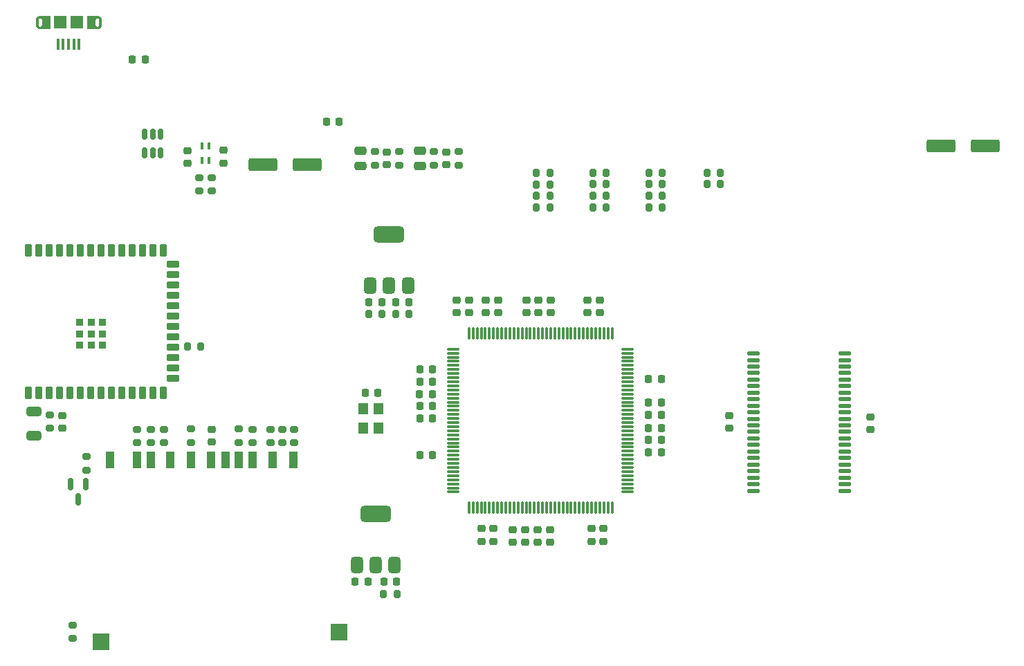
<source format=gtp>
%TF.GenerationSoftware,KiCad,Pcbnew,8.0.4*%
%TF.CreationDate,2024-11-27T13:43:53-08:00*%
%TF.ProjectId,aquarius-plus,61717561-7269-4757-932d-706c75732e6b,1*%
%TF.SameCoordinates,Original*%
%TF.FileFunction,Paste,Top*%
%TF.FilePolarity,Positive*%
%FSLAX46Y46*%
G04 Gerber Fmt 4.6, Leading zero omitted, Abs format (unit mm)*
G04 Created by KiCad (PCBNEW 8.0.4) date 2024-11-27 13:43:53*
%MOMM*%
%LPD*%
G01*
G04 APERTURE LIST*
G04 Aperture macros list*
%AMRoundRect*
0 Rectangle with rounded corners*
0 $1 Rounding radius*
0 $2 $3 $4 $5 $6 $7 $8 $9 X,Y pos of 4 corners*
0 Add a 4 corners polygon primitive as box body*
4,1,4,$2,$3,$4,$5,$6,$7,$8,$9,$2,$3,0*
0 Add four circle primitives for the rounded corners*
1,1,$1+$1,$2,$3*
1,1,$1+$1,$4,$5*
1,1,$1+$1,$6,$7*
1,1,$1+$1,$8,$9*
0 Add four rect primitives between the rounded corners*
20,1,$1+$1,$2,$3,$4,$5,0*
20,1,$1+$1,$4,$5,$6,$7,0*
20,1,$1+$1,$6,$7,$8,$9,0*
20,1,$1+$1,$8,$9,$2,$3,0*%
G04 Aperture macros list end*
%ADD10C,0.000100*%
%ADD11RoundRect,0.225000X0.250000X-0.225000X0.250000X0.225000X-0.250000X0.225000X-0.250000X-0.225000X0*%
%ADD12RoundRect,0.200000X-0.275000X0.200000X-0.275000X-0.200000X0.275000X-0.200000X0.275000X0.200000X0*%
%ADD13RoundRect,0.200000X0.275000X-0.200000X0.275000X0.200000X-0.275000X0.200000X-0.275000X-0.200000X0*%
%ADD14RoundRect,0.225000X-0.250000X0.225000X-0.250000X-0.225000X0.250000X-0.225000X0.250000X0.225000X0*%
%ADD15RoundRect,0.200000X-0.200000X-0.275000X0.200000X-0.275000X0.200000X0.275000X-0.200000X0.275000X0*%
%ADD16RoundRect,0.150000X0.150000X-0.512500X0.150000X0.512500X-0.150000X0.512500X-0.150000X-0.512500X0*%
%ADD17RoundRect,0.375000X0.375000X-0.625000X0.375000X0.625000X-0.375000X0.625000X-0.375000X-0.625000X0*%
%ADD18RoundRect,0.500000X1.400000X-0.500000X1.400000X0.500000X-1.400000X0.500000X-1.400000X-0.500000X0*%
%ADD19RoundRect,0.075000X-0.075000X0.662500X-0.075000X-0.662500X0.075000X-0.662500X0.075000X0.662500X0*%
%ADD20RoundRect,0.075000X-0.662500X0.075000X-0.662500X-0.075000X0.662500X-0.075000X0.662500X0.075000X0*%
%ADD21RoundRect,0.225000X0.225000X0.250000X-0.225000X0.250000X-0.225000X-0.250000X0.225000X-0.250000X0*%
%ADD22RoundRect,0.250000X0.475000X-0.250000X0.475000X0.250000X-0.475000X0.250000X-0.475000X-0.250000X0*%
%ADD23RoundRect,0.218750X-0.218750X-0.256250X0.218750X-0.256250X0.218750X0.256250X-0.218750X0.256250X0*%
%ADD24RoundRect,0.137500X-0.625000X-0.137500X0.625000X-0.137500X0.625000X0.137500X-0.625000X0.137500X0*%
%ADD25RoundRect,0.225000X-0.225000X-0.250000X0.225000X-0.250000X0.225000X0.250000X-0.225000X0.250000X0*%
%ADD26R,0.400000X1.350000*%
%ADD27R,1.500000X1.550000*%
%ADD28R,1.000000X2.000000*%
%ADD29RoundRect,0.000000X-0.500000X-1.000000X0.500000X-1.000000X0.500000X1.000000X-0.500000X1.000000X0*%
%ADD30R,2.000000X2.000000*%
%ADD31RoundRect,0.250000X1.500000X0.550000X-1.500000X0.550000X-1.500000X-0.550000X1.500000X-0.550000X0*%
%ADD32R,1.200000X1.400000*%
%ADD33RoundRect,0.250000X-0.650000X0.325000X-0.650000X-0.325000X0.650000X-0.325000X0.650000X0.325000X0*%
%ADD34RoundRect,0.225000X0.225000X0.525000X-0.225000X0.525000X-0.225000X-0.525000X0.225000X-0.525000X0*%
%ADD35RoundRect,0.225000X-0.525000X0.225000X-0.525000X-0.225000X0.525000X-0.225000X0.525000X0.225000X0*%
%ADD36RoundRect,0.225000X-0.225000X-0.525000X0.225000X-0.525000X0.225000X0.525000X-0.225000X0.525000X0*%
%ADD37RoundRect,0.225000X-0.225000X-0.225000X0.225000X-0.225000X0.225000X0.225000X-0.225000X0.225000X0*%
%ADD38R,0.400000X0.900000*%
%ADD39RoundRect,0.150000X-0.150000X0.587500X-0.150000X-0.587500X0.150000X-0.587500X0.150000X0.587500X0*%
%ADD40RoundRect,0.250000X-1.500000X-0.550000X1.500000X-0.550000X1.500000X0.550000X-1.500000X0.550000X0*%
G04 APERTURE END LIST*
D10*
%TO.C,J1*%
X86510099Y-31559978D02*
X86510099Y-31729978D01*
X93510099Y-33099978D02*
X93510099Y-32929978D01*
X87710099Y-33104978D02*
X86510099Y-33104978D01*
X86510099Y-32904978D01*
X86523099Y-32904978D01*
X86536099Y-32903978D01*
X86549099Y-32901978D01*
X86562099Y-32899978D01*
X86575099Y-32895978D01*
X86587099Y-32892978D01*
X86600099Y-32887978D01*
X86612099Y-32882978D01*
X86623099Y-32877978D01*
X86635099Y-32871978D01*
X86646099Y-32864978D01*
X86657099Y-32856978D01*
X86667099Y-32848978D01*
X86677099Y-32840978D01*
X86687099Y-32831978D01*
X86696099Y-32821978D01*
X86704099Y-32811978D01*
X86712099Y-32801978D01*
X86720099Y-32790978D01*
X86727099Y-32779978D01*
X86733099Y-32767978D01*
X86738099Y-32756978D01*
X86743099Y-32744978D01*
X86748099Y-32731978D01*
X86751099Y-32719978D01*
X86755099Y-32706978D01*
X86757099Y-32693978D01*
X86759099Y-32680978D01*
X86760099Y-32667978D01*
X86760099Y-32654978D01*
X86760099Y-32004978D01*
X86760099Y-31991978D01*
X86759099Y-31978978D01*
X86757099Y-31965978D01*
X86755099Y-31952978D01*
X86751099Y-31939978D01*
X86748099Y-31927978D01*
X86743099Y-31914978D01*
X86738099Y-31902978D01*
X86733099Y-31891978D01*
X86727099Y-31879978D01*
X86720099Y-31868978D01*
X86712099Y-31857978D01*
X86704099Y-31847978D01*
X86696099Y-31837978D01*
X86687099Y-31827978D01*
X86677099Y-31818978D01*
X86667099Y-31810978D01*
X86657099Y-31802978D01*
X86646099Y-31794978D01*
X86635099Y-31787978D01*
X86623099Y-31781978D01*
X86612099Y-31776978D01*
X86600099Y-31771978D01*
X86587099Y-31766978D01*
X86575099Y-31763978D01*
X86562099Y-31759978D01*
X86549099Y-31757978D01*
X86536099Y-31755978D01*
X86523099Y-31754978D01*
X86510099Y-31754978D01*
X86510099Y-31554978D01*
X87710099Y-31554978D01*
X87710099Y-33104978D01*
G36*
X87710099Y-33104978D02*
G01*
X86510099Y-33104978D01*
X86510099Y-32904978D01*
X86523099Y-32904978D01*
X86536099Y-32903978D01*
X86549099Y-32901978D01*
X86562099Y-32899978D01*
X86575099Y-32895978D01*
X86587099Y-32892978D01*
X86600099Y-32887978D01*
X86612099Y-32882978D01*
X86623099Y-32877978D01*
X86635099Y-32871978D01*
X86646099Y-32864978D01*
X86657099Y-32856978D01*
X86667099Y-32848978D01*
X86677099Y-32840978D01*
X86687099Y-32831978D01*
X86696099Y-32821978D01*
X86704099Y-32811978D01*
X86712099Y-32801978D01*
X86720099Y-32790978D01*
X86727099Y-32779978D01*
X86733099Y-32767978D01*
X86738099Y-32756978D01*
X86743099Y-32744978D01*
X86748099Y-32731978D01*
X86751099Y-32719978D01*
X86755099Y-32706978D01*
X86757099Y-32693978D01*
X86759099Y-32680978D01*
X86760099Y-32667978D01*
X86760099Y-32654978D01*
X86760099Y-32004978D01*
X86760099Y-31991978D01*
X86759099Y-31978978D01*
X86757099Y-31965978D01*
X86755099Y-31952978D01*
X86751099Y-31939978D01*
X86748099Y-31927978D01*
X86743099Y-31914978D01*
X86738099Y-31902978D01*
X86733099Y-31891978D01*
X86727099Y-31879978D01*
X86720099Y-31868978D01*
X86712099Y-31857978D01*
X86704099Y-31847978D01*
X86696099Y-31837978D01*
X86687099Y-31827978D01*
X86677099Y-31818978D01*
X86667099Y-31810978D01*
X86657099Y-31802978D01*
X86646099Y-31794978D01*
X86635099Y-31787978D01*
X86623099Y-31781978D01*
X86612099Y-31776978D01*
X86600099Y-31771978D01*
X86587099Y-31766978D01*
X86575099Y-31763978D01*
X86562099Y-31759978D01*
X86549099Y-31757978D01*
X86536099Y-31755978D01*
X86523099Y-31754978D01*
X86510099Y-31754978D01*
X86510099Y-31554978D01*
X87710099Y-31554978D01*
X87710099Y-33104978D01*
G37*
X93510099Y-31754978D02*
X93497099Y-31754978D01*
X93484099Y-31755978D01*
X93471099Y-31757978D01*
X93458099Y-31759978D01*
X93445099Y-31763978D01*
X93433099Y-31766978D01*
X93420099Y-31771978D01*
X93408099Y-31776978D01*
X93397099Y-31781978D01*
X93385099Y-31787978D01*
X93374099Y-31794978D01*
X93363099Y-31802978D01*
X93353099Y-31810978D01*
X93343099Y-31818978D01*
X93333099Y-31827978D01*
X93324099Y-31837978D01*
X93316099Y-31847978D01*
X93308099Y-31857978D01*
X93300099Y-31868978D01*
X93293099Y-31879978D01*
X93287099Y-31891978D01*
X93282099Y-31902978D01*
X93277099Y-31914978D01*
X93272099Y-31927978D01*
X93269099Y-31939978D01*
X93265099Y-31952978D01*
X93263099Y-31965978D01*
X93261099Y-31978978D01*
X93260099Y-31991978D01*
X93260099Y-32004978D01*
X93260099Y-32654978D01*
X93260099Y-32667978D01*
X93261099Y-32680978D01*
X93263099Y-32693978D01*
X93265099Y-32706978D01*
X93269099Y-32719978D01*
X93272099Y-32731978D01*
X93277099Y-32744978D01*
X93282099Y-32756978D01*
X93287099Y-32767978D01*
X93293099Y-32779978D01*
X93300099Y-32790978D01*
X93308099Y-32801978D01*
X93316099Y-32811978D01*
X93324099Y-32821978D01*
X93333099Y-32831978D01*
X93343099Y-32840978D01*
X93353099Y-32848978D01*
X93363099Y-32856978D01*
X93374099Y-32864978D01*
X93385099Y-32871978D01*
X93397099Y-32877978D01*
X93408099Y-32882978D01*
X93420099Y-32887978D01*
X93433099Y-32892978D01*
X93445099Y-32895978D01*
X93458099Y-32899978D01*
X93471099Y-32901978D01*
X93484099Y-32903978D01*
X93497099Y-32904978D01*
X93510099Y-32904978D01*
X93510099Y-33104978D01*
X92310099Y-33104978D01*
X92310099Y-31554978D01*
X93510099Y-31554978D01*
X93510099Y-31754978D01*
G36*
X93510099Y-31754978D02*
G01*
X93497099Y-31754978D01*
X93484099Y-31755978D01*
X93471099Y-31757978D01*
X93458099Y-31759978D01*
X93445099Y-31763978D01*
X93433099Y-31766978D01*
X93420099Y-31771978D01*
X93408099Y-31776978D01*
X93397099Y-31781978D01*
X93385099Y-31787978D01*
X93374099Y-31794978D01*
X93363099Y-31802978D01*
X93353099Y-31810978D01*
X93343099Y-31818978D01*
X93333099Y-31827978D01*
X93324099Y-31837978D01*
X93316099Y-31847978D01*
X93308099Y-31857978D01*
X93300099Y-31868978D01*
X93293099Y-31879978D01*
X93287099Y-31891978D01*
X93282099Y-31902978D01*
X93277099Y-31914978D01*
X93272099Y-31927978D01*
X93269099Y-31939978D01*
X93265099Y-31952978D01*
X93263099Y-31965978D01*
X93261099Y-31978978D01*
X93260099Y-31991978D01*
X93260099Y-32004978D01*
X93260099Y-32654978D01*
X93260099Y-32667978D01*
X93261099Y-32680978D01*
X93263099Y-32693978D01*
X93265099Y-32706978D01*
X93269099Y-32719978D01*
X93272099Y-32731978D01*
X93277099Y-32744978D01*
X93282099Y-32756978D01*
X93287099Y-32767978D01*
X93293099Y-32779978D01*
X93300099Y-32790978D01*
X93308099Y-32801978D01*
X93316099Y-32811978D01*
X93324099Y-32821978D01*
X93333099Y-32831978D01*
X93343099Y-32840978D01*
X93353099Y-32848978D01*
X93363099Y-32856978D01*
X93374099Y-32864978D01*
X93385099Y-32871978D01*
X93397099Y-32877978D01*
X93408099Y-32882978D01*
X93420099Y-32887978D01*
X93433099Y-32892978D01*
X93445099Y-32895978D01*
X93458099Y-32899978D01*
X93471099Y-32901978D01*
X93484099Y-32903978D01*
X93497099Y-32904978D01*
X93510099Y-32904978D01*
X93510099Y-33104978D01*
X92310099Y-33104978D01*
X92310099Y-31554978D01*
X93510099Y-31554978D01*
X93510099Y-31754978D01*
G37*
X86510099Y-31754978D02*
X86497099Y-31754978D01*
X86484099Y-31755978D01*
X86471099Y-31757978D01*
X86458099Y-31759978D01*
X86445099Y-31763978D01*
X86433099Y-31766978D01*
X86420099Y-31771978D01*
X86408099Y-31776978D01*
X86397099Y-31781978D01*
X86385099Y-31787978D01*
X86374099Y-31794978D01*
X86363099Y-31802978D01*
X86353099Y-31810978D01*
X86343099Y-31818978D01*
X86333099Y-31827978D01*
X86324099Y-31837978D01*
X86316099Y-31847978D01*
X86308099Y-31857978D01*
X86300099Y-31868978D01*
X86293099Y-31879978D01*
X86287099Y-31891978D01*
X86282099Y-31902978D01*
X86277099Y-31914978D01*
X86272099Y-31927978D01*
X86269099Y-31939978D01*
X86265099Y-31952978D01*
X86263099Y-31965978D01*
X86261099Y-31978978D01*
X86260099Y-31991978D01*
X86260099Y-32004978D01*
X86260099Y-32654978D01*
X86260099Y-32667978D01*
X86261099Y-32680978D01*
X86263099Y-32693978D01*
X86265099Y-32706978D01*
X86269099Y-32719978D01*
X86272099Y-32731978D01*
X86277099Y-32744978D01*
X86282099Y-32756978D01*
X86287099Y-32767978D01*
X86293099Y-32779978D01*
X86300099Y-32790978D01*
X86308099Y-32801978D01*
X86316099Y-32811978D01*
X86324099Y-32821978D01*
X86333099Y-32831978D01*
X86343099Y-32840978D01*
X86353099Y-32848978D01*
X86363099Y-32856978D01*
X86374099Y-32864978D01*
X86385099Y-32871978D01*
X86397099Y-32877978D01*
X86408099Y-32882978D01*
X86420099Y-32887978D01*
X86433099Y-32892978D01*
X86445099Y-32895978D01*
X86458099Y-32899978D01*
X86471099Y-32901978D01*
X86484099Y-32903978D01*
X86497099Y-32904978D01*
X86510099Y-32904978D01*
X86510099Y-33104978D01*
X86484099Y-33103978D01*
X86458099Y-33101978D01*
X86432099Y-33098978D01*
X86406099Y-33093978D01*
X86381099Y-33087978D01*
X86355099Y-33080978D01*
X86331099Y-33071978D01*
X86307099Y-33061978D01*
X86283099Y-33050978D01*
X86260099Y-33037978D01*
X86238099Y-33023978D01*
X86216099Y-33009978D01*
X86195099Y-32993978D01*
X86175099Y-32976978D01*
X86156099Y-32958978D01*
X86138099Y-32939978D01*
X86121099Y-32919978D01*
X86105099Y-32898978D01*
X86091099Y-32876978D01*
X86077099Y-32854978D01*
X86064099Y-32831978D01*
X86053099Y-32807978D01*
X86043099Y-32783978D01*
X86034099Y-32759978D01*
X86027099Y-32733978D01*
X86021099Y-32708978D01*
X86016099Y-32682978D01*
X86013099Y-32656978D01*
X86011099Y-32630978D01*
X86010099Y-32604978D01*
X86010099Y-32054978D01*
X86011099Y-32028978D01*
X86013099Y-32002978D01*
X86016099Y-31976978D01*
X86021099Y-31950978D01*
X86027099Y-31925978D01*
X86034099Y-31899978D01*
X86043099Y-31875978D01*
X86053099Y-31851978D01*
X86064099Y-31827978D01*
X86077099Y-31804978D01*
X86091099Y-31782978D01*
X86105099Y-31760978D01*
X86121099Y-31739978D01*
X86138099Y-31719978D01*
X86156099Y-31700978D01*
X86175099Y-31682978D01*
X86195099Y-31665978D01*
X86216099Y-31649978D01*
X86238099Y-31635978D01*
X86260099Y-31621978D01*
X86283099Y-31608978D01*
X86307099Y-31597978D01*
X86331099Y-31587978D01*
X86355099Y-31578978D01*
X86381099Y-31571978D01*
X86406099Y-31565978D01*
X86432099Y-31560978D01*
X86458099Y-31557978D01*
X86484099Y-31555978D01*
X86510099Y-31554978D01*
X86510099Y-31754978D01*
G36*
X86510099Y-31754978D02*
G01*
X86497099Y-31754978D01*
X86484099Y-31755978D01*
X86471099Y-31757978D01*
X86458099Y-31759978D01*
X86445099Y-31763978D01*
X86433099Y-31766978D01*
X86420099Y-31771978D01*
X86408099Y-31776978D01*
X86397099Y-31781978D01*
X86385099Y-31787978D01*
X86374099Y-31794978D01*
X86363099Y-31802978D01*
X86353099Y-31810978D01*
X86343099Y-31818978D01*
X86333099Y-31827978D01*
X86324099Y-31837978D01*
X86316099Y-31847978D01*
X86308099Y-31857978D01*
X86300099Y-31868978D01*
X86293099Y-31879978D01*
X86287099Y-31891978D01*
X86282099Y-31902978D01*
X86277099Y-31914978D01*
X86272099Y-31927978D01*
X86269099Y-31939978D01*
X86265099Y-31952978D01*
X86263099Y-31965978D01*
X86261099Y-31978978D01*
X86260099Y-31991978D01*
X86260099Y-32004978D01*
X86260099Y-32654978D01*
X86260099Y-32667978D01*
X86261099Y-32680978D01*
X86263099Y-32693978D01*
X86265099Y-32706978D01*
X86269099Y-32719978D01*
X86272099Y-32731978D01*
X86277099Y-32744978D01*
X86282099Y-32756978D01*
X86287099Y-32767978D01*
X86293099Y-32779978D01*
X86300099Y-32790978D01*
X86308099Y-32801978D01*
X86316099Y-32811978D01*
X86324099Y-32821978D01*
X86333099Y-32831978D01*
X86343099Y-32840978D01*
X86353099Y-32848978D01*
X86363099Y-32856978D01*
X86374099Y-32864978D01*
X86385099Y-32871978D01*
X86397099Y-32877978D01*
X86408099Y-32882978D01*
X86420099Y-32887978D01*
X86433099Y-32892978D01*
X86445099Y-32895978D01*
X86458099Y-32899978D01*
X86471099Y-32901978D01*
X86484099Y-32903978D01*
X86497099Y-32904978D01*
X86510099Y-32904978D01*
X86510099Y-33104978D01*
X86484099Y-33103978D01*
X86458099Y-33101978D01*
X86432099Y-33098978D01*
X86406099Y-33093978D01*
X86381099Y-33087978D01*
X86355099Y-33080978D01*
X86331099Y-33071978D01*
X86307099Y-33061978D01*
X86283099Y-33050978D01*
X86260099Y-33037978D01*
X86238099Y-33023978D01*
X86216099Y-33009978D01*
X86195099Y-32993978D01*
X86175099Y-32976978D01*
X86156099Y-32958978D01*
X86138099Y-32939978D01*
X86121099Y-32919978D01*
X86105099Y-32898978D01*
X86091099Y-32876978D01*
X86077099Y-32854978D01*
X86064099Y-32831978D01*
X86053099Y-32807978D01*
X86043099Y-32783978D01*
X86034099Y-32759978D01*
X86027099Y-32733978D01*
X86021099Y-32708978D01*
X86016099Y-32682978D01*
X86013099Y-32656978D01*
X86011099Y-32630978D01*
X86010099Y-32604978D01*
X86010099Y-32054978D01*
X86011099Y-32028978D01*
X86013099Y-32002978D01*
X86016099Y-31976978D01*
X86021099Y-31950978D01*
X86027099Y-31925978D01*
X86034099Y-31899978D01*
X86043099Y-31875978D01*
X86053099Y-31851978D01*
X86064099Y-31827978D01*
X86077099Y-31804978D01*
X86091099Y-31782978D01*
X86105099Y-31760978D01*
X86121099Y-31739978D01*
X86138099Y-31719978D01*
X86156099Y-31700978D01*
X86175099Y-31682978D01*
X86195099Y-31665978D01*
X86216099Y-31649978D01*
X86238099Y-31635978D01*
X86260099Y-31621978D01*
X86283099Y-31608978D01*
X86307099Y-31597978D01*
X86331099Y-31587978D01*
X86355099Y-31578978D01*
X86381099Y-31571978D01*
X86406099Y-31565978D01*
X86432099Y-31560978D01*
X86458099Y-31557978D01*
X86484099Y-31555978D01*
X86510099Y-31554978D01*
X86510099Y-31754978D01*
G37*
X93536099Y-31555978D02*
X93562099Y-31557978D01*
X93588099Y-31560978D01*
X93614099Y-31565978D01*
X93639099Y-31571978D01*
X93665099Y-31578978D01*
X93689099Y-31587978D01*
X93713099Y-31597978D01*
X93737099Y-31608978D01*
X93760099Y-31621978D01*
X93782099Y-31635978D01*
X93804099Y-31649978D01*
X93825099Y-31665978D01*
X93845099Y-31682978D01*
X93864099Y-31700978D01*
X93882099Y-31719978D01*
X93899099Y-31739978D01*
X93915099Y-31760978D01*
X93929099Y-31782978D01*
X93943099Y-31804978D01*
X93956099Y-31827978D01*
X93967099Y-31851978D01*
X93977099Y-31875978D01*
X93986099Y-31899978D01*
X93993099Y-31925978D01*
X93999099Y-31950978D01*
X94004099Y-31976978D01*
X94007099Y-32002978D01*
X94009099Y-32028978D01*
X94010099Y-32054978D01*
X94010099Y-32604978D01*
X94009099Y-32630978D01*
X94007099Y-32656978D01*
X94004099Y-32682978D01*
X93999099Y-32708978D01*
X93993099Y-32733978D01*
X93986099Y-32759978D01*
X93977099Y-32783978D01*
X93967099Y-32807978D01*
X93956099Y-32831978D01*
X93943099Y-32854978D01*
X93929099Y-32876978D01*
X93915099Y-32898978D01*
X93899099Y-32919978D01*
X93882099Y-32939978D01*
X93864099Y-32958978D01*
X93845099Y-32976978D01*
X93825099Y-32993978D01*
X93804099Y-33009978D01*
X93782099Y-33023978D01*
X93760099Y-33037978D01*
X93737099Y-33050978D01*
X93713099Y-33061978D01*
X93689099Y-33071978D01*
X93665099Y-33080978D01*
X93639099Y-33087978D01*
X93614099Y-33093978D01*
X93588099Y-33098978D01*
X93562099Y-33101978D01*
X93536099Y-33103978D01*
X93510099Y-33104978D01*
X93510099Y-32904978D01*
X93523099Y-32904978D01*
X93536099Y-32903978D01*
X93549099Y-32901978D01*
X93562099Y-32899978D01*
X93575099Y-32895978D01*
X93587099Y-32892978D01*
X93600099Y-32887978D01*
X93612099Y-32882978D01*
X93623099Y-32877978D01*
X93635099Y-32871978D01*
X93646099Y-32864978D01*
X93657099Y-32856978D01*
X93667099Y-32848978D01*
X93677099Y-32840978D01*
X93687099Y-32831978D01*
X93696099Y-32821978D01*
X93704099Y-32811978D01*
X93712099Y-32801978D01*
X93720099Y-32790978D01*
X93727099Y-32779978D01*
X93733099Y-32767978D01*
X93738099Y-32756978D01*
X93743099Y-32744978D01*
X93748099Y-32731978D01*
X93751099Y-32719978D01*
X93755099Y-32706978D01*
X93757099Y-32693978D01*
X93759099Y-32680978D01*
X93760099Y-32667978D01*
X93760099Y-32654978D01*
X93760099Y-32004978D01*
X93760099Y-31991978D01*
X93759099Y-31978978D01*
X93757099Y-31965978D01*
X93755099Y-31952978D01*
X93751099Y-31939978D01*
X93748099Y-31927978D01*
X93743099Y-31914978D01*
X93738099Y-31902978D01*
X93733099Y-31891978D01*
X93727099Y-31879978D01*
X93720099Y-31868978D01*
X93712099Y-31857978D01*
X93704099Y-31847978D01*
X93696099Y-31837978D01*
X93687099Y-31827978D01*
X93677099Y-31818978D01*
X93667099Y-31810978D01*
X93657099Y-31802978D01*
X93646099Y-31794978D01*
X93635099Y-31787978D01*
X93623099Y-31781978D01*
X93612099Y-31776978D01*
X93600099Y-31771978D01*
X93587099Y-31766978D01*
X93575099Y-31763978D01*
X93562099Y-31759978D01*
X93549099Y-31757978D01*
X93536099Y-31755978D01*
X93523099Y-31754978D01*
X93510099Y-31754978D01*
X93510099Y-31554978D01*
X93536099Y-31555978D01*
G36*
X93536099Y-31555978D02*
G01*
X93562099Y-31557978D01*
X93588099Y-31560978D01*
X93614099Y-31565978D01*
X93639099Y-31571978D01*
X93665099Y-31578978D01*
X93689099Y-31587978D01*
X93713099Y-31597978D01*
X93737099Y-31608978D01*
X93760099Y-31621978D01*
X93782099Y-31635978D01*
X93804099Y-31649978D01*
X93825099Y-31665978D01*
X93845099Y-31682978D01*
X93864099Y-31700978D01*
X93882099Y-31719978D01*
X93899099Y-31739978D01*
X93915099Y-31760978D01*
X93929099Y-31782978D01*
X93943099Y-31804978D01*
X93956099Y-31827978D01*
X93967099Y-31851978D01*
X93977099Y-31875978D01*
X93986099Y-31899978D01*
X93993099Y-31925978D01*
X93999099Y-31950978D01*
X94004099Y-31976978D01*
X94007099Y-32002978D01*
X94009099Y-32028978D01*
X94010099Y-32054978D01*
X94010099Y-32604978D01*
X94009099Y-32630978D01*
X94007099Y-32656978D01*
X94004099Y-32682978D01*
X93999099Y-32708978D01*
X93993099Y-32733978D01*
X93986099Y-32759978D01*
X93977099Y-32783978D01*
X93967099Y-32807978D01*
X93956099Y-32831978D01*
X93943099Y-32854978D01*
X93929099Y-32876978D01*
X93915099Y-32898978D01*
X93899099Y-32919978D01*
X93882099Y-32939978D01*
X93864099Y-32958978D01*
X93845099Y-32976978D01*
X93825099Y-32993978D01*
X93804099Y-33009978D01*
X93782099Y-33023978D01*
X93760099Y-33037978D01*
X93737099Y-33050978D01*
X93713099Y-33061978D01*
X93689099Y-33071978D01*
X93665099Y-33080978D01*
X93639099Y-33087978D01*
X93614099Y-33093978D01*
X93588099Y-33098978D01*
X93562099Y-33101978D01*
X93536099Y-33103978D01*
X93510099Y-33104978D01*
X93510099Y-32904978D01*
X93523099Y-32904978D01*
X93536099Y-32903978D01*
X93549099Y-32901978D01*
X93562099Y-32899978D01*
X93575099Y-32895978D01*
X93587099Y-32892978D01*
X93600099Y-32887978D01*
X93612099Y-32882978D01*
X93623099Y-32877978D01*
X93635099Y-32871978D01*
X93646099Y-32864978D01*
X93657099Y-32856978D01*
X93667099Y-32848978D01*
X93677099Y-32840978D01*
X93687099Y-32831978D01*
X93696099Y-32821978D01*
X93704099Y-32811978D01*
X93712099Y-32801978D01*
X93720099Y-32790978D01*
X93727099Y-32779978D01*
X93733099Y-32767978D01*
X93738099Y-32756978D01*
X93743099Y-32744978D01*
X93748099Y-32731978D01*
X93751099Y-32719978D01*
X93755099Y-32706978D01*
X93757099Y-32693978D01*
X93759099Y-32680978D01*
X93760099Y-32667978D01*
X93760099Y-32654978D01*
X93760099Y-32004978D01*
X93760099Y-31991978D01*
X93759099Y-31978978D01*
X93757099Y-31965978D01*
X93755099Y-31952978D01*
X93751099Y-31939978D01*
X93748099Y-31927978D01*
X93743099Y-31914978D01*
X93738099Y-31902978D01*
X93733099Y-31891978D01*
X93727099Y-31879978D01*
X93720099Y-31868978D01*
X93712099Y-31857978D01*
X93704099Y-31847978D01*
X93696099Y-31837978D01*
X93687099Y-31827978D01*
X93677099Y-31818978D01*
X93667099Y-31810978D01*
X93657099Y-31802978D01*
X93646099Y-31794978D01*
X93635099Y-31787978D01*
X93623099Y-31781978D01*
X93612099Y-31776978D01*
X93600099Y-31771978D01*
X93587099Y-31766978D01*
X93575099Y-31763978D01*
X93562099Y-31759978D01*
X93549099Y-31757978D01*
X93536099Y-31755978D01*
X93523099Y-31754978D01*
X93510099Y-31754978D01*
X93510099Y-31554978D01*
X93536099Y-31555978D01*
G37*
%TD*%
D11*
%TO.C,C18*%
X153539947Y-67851709D03*
X153539947Y-66301709D03*
%TD*%
D12*
%TO.C,R1*%
X106000000Y-51350000D03*
X106000000Y-53000000D03*
%TD*%
D13*
%TO.C,R24*%
X87742947Y-82045509D03*
X87742947Y-80395509D03*
%TD*%
D14*
%TO.C,C36*%
X170831446Y-80453390D03*
X170831446Y-82003390D03*
%TD*%
D12*
%TO.C,R33*%
X116154647Y-82143709D03*
X116154647Y-83793709D03*
%TD*%
D15*
%TO.C,R14*%
X154152447Y-54990609D03*
X155802447Y-54990609D03*
%TD*%
%TO.C,R16*%
X161037247Y-52152509D03*
X162687247Y-52152509D03*
%TD*%
D14*
%TO.C,C45*%
X148892947Y-94433009D03*
X148892947Y-95983009D03*
%TD*%
D16*
%TO.C,U1*%
X99349264Y-48287500D03*
X100299264Y-48287500D03*
X101249264Y-48287500D03*
X101249264Y-46012500D03*
X100299264Y-46012500D03*
X99349264Y-46012500D03*
%TD*%
D11*
%TO.C,C7*%
X136242347Y-49769309D03*
X136242347Y-48219309D03*
%TD*%
D17*
%TO.C,U3*%
X126936274Y-64571209D03*
X129236274Y-64571209D03*
D18*
X129236274Y-58271209D03*
D17*
X131536274Y-64571209D03*
%TD*%
D14*
%TO.C,C44*%
X147392947Y-94433009D03*
X147392947Y-95983009D03*
%TD*%
D12*
%TO.C,R32*%
X114693247Y-82143009D03*
X114693247Y-83793009D03*
%TD*%
D19*
%TO.C,U4*%
X156512947Y-70420509D03*
X156012947Y-70420509D03*
X155512947Y-70420509D03*
X155012947Y-70420509D03*
X154512947Y-70420509D03*
X154012947Y-70420509D03*
X153512947Y-70420509D03*
X153012947Y-70420509D03*
X152512947Y-70420509D03*
X152012947Y-70420509D03*
X151512947Y-70420509D03*
X151012947Y-70420509D03*
X150512947Y-70420509D03*
X150012947Y-70420509D03*
X149512947Y-70420509D03*
X149012947Y-70420509D03*
X148512947Y-70420509D03*
X148012947Y-70420509D03*
X147512947Y-70420509D03*
X147012947Y-70420509D03*
X146512947Y-70420509D03*
X146012947Y-70420509D03*
X145512947Y-70420509D03*
X145012947Y-70420509D03*
X144512947Y-70420509D03*
X144012947Y-70420509D03*
X143512947Y-70420509D03*
X143012947Y-70420509D03*
X142512947Y-70420509D03*
X142012947Y-70420509D03*
X141512947Y-70420509D03*
X141012947Y-70420509D03*
X140512947Y-70420509D03*
X140012947Y-70420509D03*
X139512947Y-70420509D03*
X139012947Y-70420509D03*
D20*
X137100447Y-72333009D03*
X137100447Y-72833009D03*
X137100447Y-73333009D03*
X137100447Y-73833009D03*
X137100447Y-74333009D03*
X137100447Y-74833009D03*
X137100447Y-75333009D03*
X137100447Y-75833009D03*
X137100447Y-76333009D03*
X137100447Y-76833009D03*
X137100447Y-77333009D03*
X137100447Y-77833009D03*
X137100447Y-78333009D03*
X137100447Y-78833009D03*
X137100447Y-79333009D03*
X137100447Y-79833009D03*
X137100447Y-80333009D03*
X137100447Y-80833009D03*
X137100447Y-81333009D03*
X137100447Y-81833009D03*
X137100447Y-82333009D03*
X137100447Y-82833009D03*
X137100447Y-83333009D03*
X137100447Y-83833009D03*
X137100447Y-84333009D03*
X137100447Y-84833009D03*
X137100447Y-85333009D03*
X137100447Y-85833009D03*
X137100447Y-86333009D03*
X137100447Y-86833009D03*
X137100447Y-87333009D03*
X137100447Y-87833009D03*
X137100447Y-88333009D03*
X137100447Y-88833009D03*
X137100447Y-89333009D03*
X137100447Y-89833009D03*
D19*
X139012947Y-91745509D03*
X139512947Y-91745509D03*
X140012947Y-91745509D03*
X140512947Y-91745509D03*
X141012947Y-91745509D03*
X141512947Y-91745509D03*
X142012947Y-91745509D03*
X142512947Y-91745509D03*
X143012947Y-91745509D03*
X143512947Y-91745509D03*
X144012947Y-91745509D03*
X144512947Y-91745509D03*
X145012947Y-91745509D03*
X145512947Y-91745509D03*
X146012947Y-91745509D03*
X146512947Y-91745509D03*
X147012947Y-91745509D03*
X147512947Y-91745509D03*
X148012947Y-91745509D03*
X148512947Y-91745509D03*
X149012947Y-91745509D03*
X149512947Y-91745509D03*
X150012947Y-91745509D03*
X150512947Y-91745509D03*
X151012947Y-91745509D03*
X151512947Y-91745509D03*
X152012947Y-91745509D03*
X152512947Y-91745509D03*
X153012947Y-91745509D03*
X153512947Y-91745509D03*
X154012947Y-91745509D03*
X154512947Y-91745509D03*
X155012947Y-91745509D03*
X155512947Y-91745509D03*
X156012947Y-91745509D03*
X156512947Y-91745509D03*
D20*
X158425447Y-89833009D03*
X158425447Y-89333009D03*
X158425447Y-88833009D03*
X158425447Y-88333009D03*
X158425447Y-87833009D03*
X158425447Y-87333009D03*
X158425447Y-86833009D03*
X158425447Y-86333009D03*
X158425447Y-85833009D03*
X158425447Y-85333009D03*
X158425447Y-84833009D03*
X158425447Y-84333009D03*
X158425447Y-83833009D03*
X158425447Y-83333009D03*
X158425447Y-82833009D03*
X158425447Y-82333009D03*
X158425447Y-81833009D03*
X158425447Y-81333009D03*
X158425447Y-80833009D03*
X158425447Y-80333009D03*
X158425447Y-79833009D03*
X158425447Y-79333009D03*
X158425447Y-78833009D03*
X158425447Y-78333009D03*
X158425447Y-77833009D03*
X158425447Y-77333009D03*
X158425447Y-76833009D03*
X158425447Y-76333009D03*
X158425447Y-75833009D03*
X158425447Y-75333009D03*
X158425447Y-74833009D03*
X158425447Y-74333009D03*
X158425447Y-73833009D03*
X158425447Y-73333009D03*
X158425447Y-72833009D03*
X158425447Y-72333009D03*
%TD*%
D15*
%TO.C,R9*%
X147281547Y-53587209D03*
X148931547Y-53587209D03*
%TD*%
D21*
%TO.C,C38*%
X126642947Y-100796109D03*
X125092947Y-100796109D03*
%TD*%
D14*
%TO.C,C43*%
X145892947Y-94445509D03*
X145892947Y-95995509D03*
%TD*%
D11*
%TO.C,C37*%
X188099060Y-82168142D03*
X188099060Y-80618142D03*
%TD*%
%TO.C,C11*%
X137542947Y-67854309D03*
X137542947Y-66304309D03*
%TD*%
D22*
%TO.C,C6*%
X132992347Y-49944309D03*
X132992347Y-48044309D03*
%TD*%
D11*
%TO.C,C17*%
X149012947Y-67858009D03*
X149012947Y-66308009D03*
%TD*%
D13*
%TO.C,R4*%
X130488647Y-49827809D03*
X130488647Y-48177809D03*
%TD*%
D11*
%TO.C,C22*%
X107497847Y-83741909D03*
X107497847Y-82191909D03*
%TD*%
D21*
%TO.C,C39*%
X130167947Y-100796109D03*
X128617947Y-100796109D03*
%TD*%
D23*
%TO.C,FB1*%
X97824636Y-36863428D03*
X99399636Y-36863428D03*
%TD*%
D15*
%TO.C,R20*%
X168124247Y-52149609D03*
X169774247Y-52149609D03*
%TD*%
%TO.C,R36*%
X128567947Y-102296109D03*
X130217947Y-102296109D03*
%TD*%
D24*
%TO.C,U5*%
X173867947Y-72870509D03*
X173867947Y-73670509D03*
X173867947Y-74470509D03*
X173867947Y-75270509D03*
X173867947Y-76070509D03*
X173867947Y-76870509D03*
X173867947Y-77670509D03*
X173867947Y-78470509D03*
X173867947Y-79270509D03*
X173867947Y-80070509D03*
X173867947Y-80870509D03*
X173867947Y-81670509D03*
X173867947Y-82470509D03*
X173867947Y-83270509D03*
X173867947Y-84070509D03*
X173867947Y-84870509D03*
X173867947Y-85670509D03*
X173867947Y-86470509D03*
X173867947Y-87270509D03*
X173867947Y-88070509D03*
X173867947Y-88870509D03*
X173867947Y-89670509D03*
X185042947Y-89670509D03*
X185042947Y-88870509D03*
X185042947Y-88070509D03*
X185042947Y-87270509D03*
X185042947Y-86470509D03*
X185042947Y-85670509D03*
X185042947Y-84870509D03*
X185042947Y-84070509D03*
X185042947Y-83270509D03*
X185042947Y-82470509D03*
X185042947Y-81670509D03*
X185042947Y-80870509D03*
X185042947Y-80070509D03*
X185042947Y-79270509D03*
X185042947Y-78470509D03*
X185042947Y-77670509D03*
X185042947Y-76870509D03*
X185042947Y-76070509D03*
X185042947Y-75270509D03*
X185042947Y-74470509D03*
X185042947Y-73670509D03*
X185042947Y-72870509D03*
%TD*%
D15*
%TO.C,R15*%
X161037247Y-50735409D03*
X162687247Y-50735409D03*
%TD*%
D12*
%TO.C,R30*%
X110825847Y-82124509D03*
X110825847Y-83774509D03*
%TD*%
D21*
%TO.C,C24*%
X134537947Y-74833009D03*
X132987947Y-74833009D03*
%TD*%
D12*
%TO.C,R3*%
X127492347Y-48169309D03*
X127492347Y-49819309D03*
%TD*%
D11*
%TO.C,C13*%
X141092947Y-67858009D03*
X141092947Y-66308009D03*
%TD*%
D15*
%TO.C,R8*%
X147281547Y-52168809D03*
X148931547Y-52168809D03*
%TD*%
D13*
%TO.C,R2*%
X107500000Y-53000000D03*
X107500000Y-51350000D03*
%TD*%
D25*
%TO.C,C33*%
X160987947Y-81970511D03*
X162537947Y-81970511D03*
%TD*%
D26*
%TO.C,J1*%
X91310099Y-35029978D03*
X90660099Y-35029978D03*
X90010099Y-35029978D03*
X89360099Y-35029978D03*
X88710099Y-35029978D03*
D27*
X91010099Y-32329978D03*
X89010099Y-32329978D03*
%TD*%
D13*
%TO.C,R26*%
X98378747Y-83792109D03*
X98378747Y-82142109D03*
%TD*%
D17*
%TO.C,U6*%
X125320447Y-98796109D03*
X127620447Y-98796109D03*
D18*
X127620447Y-92496109D03*
D17*
X129920447Y-98796109D03*
%TD*%
D21*
%TO.C,C25*%
X134525947Y-76346909D03*
X132975947Y-76346909D03*
%TD*%
D15*
%TO.C,R13*%
X154151347Y-53567509D03*
X155801347Y-53567509D03*
%TD*%
D25*
%TO.C,C34*%
X160992947Y-83470509D03*
X162542947Y-83470509D03*
%TD*%
D15*
%TO.C,R17*%
X161033447Y-53563509D03*
X162683447Y-53563509D03*
%TD*%
D14*
%TO.C,C40*%
X140512947Y-94308009D03*
X140512947Y-95858009D03*
%TD*%
D15*
%TO.C,R18*%
X161037247Y-54998609D03*
X162687247Y-54998609D03*
%TD*%
D14*
%TO.C,C2*%
X109000000Y-48000000D03*
X109000000Y-49550000D03*
%TD*%
D15*
%TO.C,R22*%
X126724574Y-68070509D03*
X128374574Y-68070509D03*
%TD*%
D14*
%TO.C,C21*%
X89202647Y-80445909D03*
X89202647Y-81995909D03*
%TD*%
D13*
%TO.C,R25*%
X92192947Y-87145509D03*
X92192947Y-85495509D03*
%TD*%
D12*
%TO.C,R35*%
X90542947Y-106095509D03*
X90542947Y-107745509D03*
%TD*%
D28*
%TO.C,J6*%
X115002947Y-85940509D03*
X112502947Y-85940509D03*
X109192947Y-85940509D03*
X107482947Y-85940509D03*
X104982947Y-85940509D03*
X102482947Y-85940509D03*
X100062947Y-85940509D03*
X98362947Y-85940509D03*
X117502947Y-85940509D03*
D29*
X110822947Y-85940509D03*
D28*
X95082947Y-85940509D03*
D30*
X123077947Y-106990509D03*
X94007947Y-108190509D03*
%TD*%
D12*
%TO.C,R29*%
X104953947Y-82128109D03*
X104953947Y-83778109D03*
%TD*%
D25*
%TO.C,C31*%
X160987947Y-78883009D03*
X162537947Y-78883009D03*
%TD*%
%TO.C,C32*%
X160987947Y-80383009D03*
X162537947Y-80383009D03*
%TD*%
D13*
%TO.C,R6*%
X137749547Y-49813909D03*
X137749547Y-48163909D03*
%TD*%
D14*
%TO.C,C1*%
X104539060Y-48044606D03*
X104539060Y-49594606D03*
%TD*%
D12*
%TO.C,R31*%
X112524047Y-82138109D03*
X112524047Y-83788109D03*
%TD*%
D11*
%TO.C,C12*%
X139012947Y-67858009D03*
X139012947Y-66308009D03*
%TD*%
D21*
%TO.C,C29*%
X134537947Y-85333009D03*
X132987947Y-85333009D03*
%TD*%
D14*
%TO.C,C42*%
X144392947Y-94433009D03*
X144392947Y-95983009D03*
%TD*%
D15*
%TO.C,R12*%
X154152447Y-52144409D03*
X155802447Y-52144409D03*
%TD*%
%TO.C,R10*%
X147281547Y-55005509D03*
X148931547Y-55005509D03*
%TD*%
D12*
%TO.C,R5*%
X134742347Y-48169309D03*
X134742347Y-49819309D03*
%TD*%
D21*
%TO.C,C27*%
X134537947Y-79333009D03*
X132987947Y-79333009D03*
%TD*%
D31*
%TO.C,C3*%
X119200000Y-49750509D03*
X113800000Y-49750509D03*
%TD*%
D11*
%TO.C,C5*%
X128992347Y-49769309D03*
X128992347Y-48219309D03*
%TD*%
D32*
%TO.C,X1*%
X126042947Y-79620509D03*
X126042947Y-82020509D03*
X127942947Y-82020509D03*
X127942947Y-79620509D03*
%TD*%
D25*
%TO.C,C30*%
X160989147Y-75961109D03*
X162539147Y-75961109D03*
%TD*%
D14*
%TO.C,C47*%
X155492947Y-94313509D03*
X155492947Y-95863509D03*
%TD*%
D11*
%TO.C,C14*%
X142592947Y-67858009D03*
X142592947Y-66308009D03*
%TD*%
D21*
%TO.C,C28*%
X134538047Y-80861709D03*
X132988047Y-80861709D03*
%TD*%
D33*
%TO.C,C20*%
X85792947Y-79995509D03*
X85792947Y-82945509D03*
%TD*%
D23*
%TO.C,FB2*%
X121574261Y-44500000D03*
X123149261Y-44500000D03*
%TD*%
D12*
%TO.C,R28*%
X101673647Y-82137209D03*
X101673647Y-83787209D03*
%TD*%
D21*
%TO.C,C23*%
X127867947Y-77690509D03*
X126317947Y-77690509D03*
%TD*%
%TO.C,C10*%
X131624574Y-66570509D03*
X130074574Y-66570509D03*
%TD*%
D14*
%TO.C,C41*%
X141969047Y-94305809D03*
X141969047Y-95855809D03*
%TD*%
D15*
%TO.C,R23*%
X130024574Y-68070509D03*
X131674574Y-68070509D03*
%TD*%
%TO.C,R7*%
X147281547Y-50750509D03*
X148931547Y-50750509D03*
%TD*%
%TO.C,R19*%
X168122447Y-50736509D03*
X169772447Y-50736509D03*
%TD*%
D34*
%TO.C,U2*%
X85057908Y-77710458D03*
X86327908Y-77710458D03*
X87597908Y-77710458D03*
X88867908Y-77710458D03*
X90137908Y-77710458D03*
X91407908Y-77710458D03*
X92677908Y-77710458D03*
X93947908Y-77710458D03*
X95217908Y-77710458D03*
X96487908Y-77710458D03*
X97757908Y-77710458D03*
X99027908Y-77710458D03*
X100297908Y-77710458D03*
X101567908Y-77710458D03*
D35*
X102817908Y-75945458D03*
X102817908Y-74675458D03*
X102817908Y-73405458D03*
X102817908Y-72135458D03*
X102817908Y-70865458D03*
X102817908Y-69595458D03*
X102817908Y-68325458D03*
X102817908Y-67055458D03*
X102817908Y-65785458D03*
X102817908Y-64515458D03*
X102817908Y-63245458D03*
X102817908Y-61975458D03*
D36*
X101567908Y-60210458D03*
X100297908Y-60210458D03*
X99027908Y-60210458D03*
X97757908Y-60210458D03*
X96487908Y-60210458D03*
X95217908Y-60210458D03*
X93947908Y-60210458D03*
X92677908Y-60210458D03*
X91407908Y-60210458D03*
X90137908Y-60210458D03*
X88867908Y-60210458D03*
X87597908Y-60210458D03*
X86327908Y-60210458D03*
X85057908Y-60210458D03*
D37*
X91377908Y-71860458D03*
X92777908Y-71860458D03*
X94177908Y-71860458D03*
X91377908Y-70460458D03*
X92777908Y-70460458D03*
X94177908Y-70460458D03*
X91377908Y-69060458D03*
X92777908Y-69060458D03*
X94177908Y-69060458D03*
%TD*%
D38*
%TO.C,L1*%
X106365159Y-49200000D03*
X106365159Y-47500000D03*
X107165159Y-47500000D03*
X107165159Y-49200000D03*
%TD*%
D21*
%TO.C,C9*%
X128324574Y-66570509D03*
X126774574Y-66570509D03*
%TD*%
D14*
%TO.C,C46*%
X154012947Y-94308009D03*
X154012947Y-95858009D03*
%TD*%
D11*
%TO.C,C19*%
X155012947Y-67858009D03*
X155012947Y-66308009D03*
%TD*%
D39*
%TO.C,Q1*%
X92142947Y-88883009D03*
X90242947Y-88883009D03*
X91192947Y-90758009D03*
%TD*%
D22*
%TO.C,C4*%
X125742347Y-49944309D03*
X125742347Y-48044309D03*
%TD*%
D13*
%TO.C,R34*%
X117611247Y-83793009D03*
X117611247Y-82143009D03*
%TD*%
D25*
%TO.C,C35*%
X160991747Y-84928809D03*
X162541747Y-84928809D03*
%TD*%
D21*
%TO.C,C26*%
X134522047Y-77853709D03*
X132972047Y-77853709D03*
%TD*%
D12*
%TO.C,R27*%
X100048247Y-82139609D03*
X100048247Y-83789609D03*
%TD*%
D40*
%TO.C,C8*%
X196792947Y-47470509D03*
X202192947Y-47470509D03*
%TD*%
D15*
%TO.C,R11*%
X154152447Y-50733409D03*
X155802447Y-50733409D03*
%TD*%
D11*
%TO.C,C15*%
X146012947Y-67858009D03*
X146012947Y-66308009D03*
%TD*%
D15*
%TO.C,R21*%
X104567947Y-72020509D03*
X106217947Y-72020509D03*
%TD*%
D11*
%TO.C,C16*%
X147512947Y-67858009D03*
X147512947Y-66308009D03*
%TD*%
M02*

</source>
